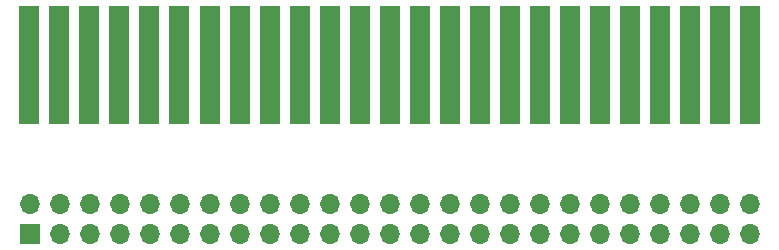
<source format=gbr>
%TF.GenerationSoftware,KiCad,Pcbnew,(6.0.0)*%
%TF.CreationDate,2022-11-25T01:18:30+00:00*%
%TF.ProjectId,CPC464-2MINI-EDGE,43504334-3634-42d3-924d-494e492d4544,rev?*%
%TF.SameCoordinates,Original*%
%TF.FileFunction,Soldermask,Bot*%
%TF.FilePolarity,Negative*%
%FSLAX46Y46*%
G04 Gerber Fmt 4.6, Leading zero omitted, Abs format (unit mm)*
G04 Created by KiCad (PCBNEW (6.0.0)) date 2022-11-25 01:18:30*
%MOMM*%
%LPD*%
G01*
G04 APERTURE LIST*
%ADD10R,1.700000X1.700000*%
%ADD11O,1.700000X1.700000*%
%ADD12R,1.800000X10.000000*%
G04 APERTURE END LIST*
D10*
%TO.C,PL2*%
X192384600Y-62743000D03*
D11*
X192384600Y-60203000D03*
X194924600Y-62743000D03*
X194924600Y-60203000D03*
X197464600Y-62743000D03*
X197464600Y-60203000D03*
X200004600Y-62743000D03*
X200004600Y-60203000D03*
X202544600Y-62743000D03*
X202544600Y-60203000D03*
X205084600Y-62743000D03*
X205084600Y-60203000D03*
X207624600Y-62743000D03*
X207624600Y-60203000D03*
X210164600Y-62743000D03*
X210164600Y-60203000D03*
X212704600Y-62743000D03*
X212704600Y-60203000D03*
X215244600Y-62743000D03*
X215244600Y-60203000D03*
X217784600Y-62743000D03*
X217784600Y-60203000D03*
X220324600Y-62743000D03*
X220324600Y-60203000D03*
X222864600Y-62743000D03*
X222864600Y-60203000D03*
X225404600Y-62743000D03*
X225404600Y-60203000D03*
X227944600Y-62743000D03*
X227944600Y-60203000D03*
X230484600Y-62743000D03*
X230484600Y-60203000D03*
X233024600Y-62743000D03*
X233024600Y-60203000D03*
X235564600Y-62743000D03*
X235564600Y-60203000D03*
X238104600Y-62743000D03*
X238104600Y-60203000D03*
X240644600Y-62743000D03*
X240644600Y-60203000D03*
X243184600Y-62743000D03*
X243184600Y-60203000D03*
X245724600Y-62743000D03*
X245724600Y-60203000D03*
X248264600Y-62743000D03*
X248264600Y-60203000D03*
X250804600Y-62743000D03*
X250804600Y-60203000D03*
X253344600Y-62743000D03*
X253344600Y-60203000D03*
%TD*%
D12*
%TO.C,PL3*%
X192296200Y-48412400D03*
X194840568Y-48412400D03*
X197384937Y-48412400D03*
X199929305Y-48412400D03*
X202473674Y-48412400D03*
X205018042Y-48412400D03*
X207562411Y-48412400D03*
X210106779Y-48412400D03*
X212651147Y-48412400D03*
X215195516Y-48412400D03*
X217739884Y-48412400D03*
X220284253Y-48412400D03*
X222828621Y-48412400D03*
X225372989Y-48412400D03*
X227917358Y-48412400D03*
X230461726Y-48412400D03*
X233006095Y-48412400D03*
X235550463Y-48412400D03*
X238094832Y-48412400D03*
X240639200Y-48412400D03*
X243183568Y-48412400D03*
X245727200Y-48412400D03*
X248277200Y-48412400D03*
X250817200Y-48412400D03*
X253357200Y-48412400D03*
%TD*%
M02*

</source>
